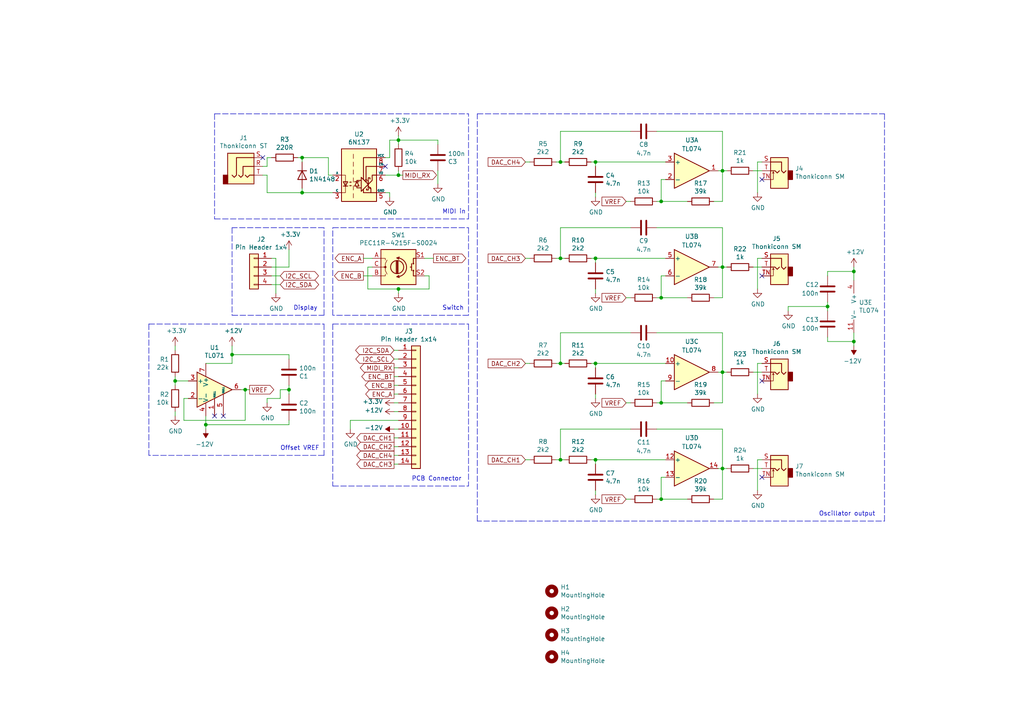
<source format=kicad_sch>
(kicad_sch (version 20211123) (generator eeschema)
  (paper "A4")
  (title_block (title "midi-oscillator front") (date "2022-07-08") (rev "1.1") (comment 3 "Released under CERN Open Hardware Licence Version 2 - Strongly Reciprocal") (comment 4 "Designed by: Rafael G. Martins"))
  (lib_symbols
    (symbol "Amplifier_Operational:TL071" (pin_names (offset 0.127))
      (property "Reference" "U" (at 0 6.35 0))
      (property "Value" "TL071" (at 0 3.81 0))
      (symbol "TL071_0_1"
        (polyline (pts (xy -5.08 5.08) (xy 5.08 0) (xy -5.08 -5.08) (xy -5.08 5.08)) (stroke (width 0.254)) (fill (type background)))
      )
      (symbol "TL071_1_1"
        (pin input line (at 0 -7.62 90) (length 5.08) (name "NULL") (number "1"))
        (pin input line (at -7.62 -2.54 0) (length 2.54) (name "-") (number "2"))
        (pin input line (at -7.62 2.54 0) (length 2.54) (name "+") (number "3"))
        (pin power_in line (at -2.54 -7.62 90) (length 3.81) (name "V-") (number "4"))
        (pin input line (at 2.54 -7.62 90) (length 6.35) (name "NULL") (number "5"))
        (pin output line (at 7.62 0 180) (length 2.54) (name "~") (number "6"))
        (pin power_in line (at -2.54 7.62 270) (length 3.81) (name "V+") (number "7"))
        (pin no_connect line (at 0 2.54 270) (length 2.54) hide (name "NC") (number "8"))
      )
    )
    (symbol "Amplifier_Operational:TL074" (pin_names (offset 0.127))
      (property "Reference" "U" (at 0 5.08 0))
      (property "Value" "TL074" (at 0 -5.08 0))
      (symbol "TL074_1_1"
        (polyline (pts (xy -5.08 5.08) (xy 5.08 0) (xy -5.08 -5.08) (xy -5.08 5.08)) (stroke (width 0.254)) (fill (type background)))
        (pin output line (at 7.62 0 180) (length 2.54) (name "~") (number "1"))
        (pin input line (at -7.62 -2.54 0) (length 2.54) (name "-") (number "2"))
        (pin input line (at -7.62 2.54 0) (length 2.54) (name "+") (number "3"))
      )
      (symbol "TL074_2_1"
        (polyline (pts (xy -5.08 5.08) (xy 5.08 0) (xy -5.08 -5.08) (xy -5.08 5.08)) (stroke (width 0.254)) (fill (type background)))
        (pin input line (at -7.62 2.54 0) (length 2.54) (name "+") (number "5"))
        (pin input line (at -7.62 -2.54 0) (length 2.54) (name "-") (number "6"))
        (pin output line (at 7.62 0 180) (length 2.54) (name "~") (number "7"))
      )
      (symbol "TL074_3_1"
        (polyline (pts (xy -5.08 5.08) (xy 5.08 0) (xy -5.08 -5.08) (xy -5.08 5.08)) (stroke (width 0.254)) (fill (type background)))
        (pin input line (at -7.62 2.54 0) (length 2.54) (name "+") (number "10"))
        (pin output line (at 7.62 0 180) (length 2.54) (name "~") (number "8"))
        (pin input line (at -7.62 -2.54 0) (length 2.54) (name "-") (number "9"))
      )
      (symbol "TL074_4_1"
        (polyline (pts (xy -5.08 5.08) (xy 5.08 0) (xy -5.08 -5.08) (xy -5.08 5.08)) (stroke (width 0.254)) (fill (type background)))
        (pin input line (at -7.62 2.54 0) (length 2.54) (name "+") (number "12"))
        (pin input line (at -7.62 -2.54 0) (length 2.54) (name "-") (number "13"))
        (pin output line (at 7.62 0 180) (length 2.54) (name "~") (number "14"))
      )
      (symbol "TL074_5_1"
        (pin power_in line (at -2.54 -7.62 90) (length 3.81) (name "V-") (number "11"))
        (pin power_in line (at -2.54 7.62 270) (length 3.81) (name "V+") (number "4"))
      )
    )
    (symbol "Connector:AudioJack2_SwitchT"
      (property "Reference" "J" (at 0 8.89 0))
      (property "Value" "AudioJack2_SwitchT" (at 0 6.35 0))
      (symbol "AudioJack2_SwitchT_0_1"
        (rectangle (start -2.54 0) (end -3.81 -2.54) (stroke (width 0.254)) (fill (type outline)))
        (polyline (pts (xy 1.778 -0.254) (xy 2.032 -0.762)))
        (polyline (pts (xy 0 0) (xy 0.635 -0.635) (xy 1.27 0) (xy 2.54 0)) (stroke (width 0.254)))
        (polyline (pts (xy 2.54 -2.54) (xy 1.778 -2.54) (xy 1.778 -0.254) (xy 1.524 -0.762)))
        (polyline (pts (xy 2.54 2.54) (xy -0.635 2.54) (xy -0.635 0) (xy -1.27 -0.635) (xy -1.905 0)) (stroke (width 0.254)))
        (rectangle (start 2.54 3.81) (end -2.54 -5.08) (stroke (width 0.254)) (fill (type background)))
      )
      (symbol "AudioJack2_SwitchT_1_1"
        (pin passive line (at 5.08 2.54 180) (length 2.54) (name "~") (number "S"))
        (pin passive line (at 5.08 0 180) (length 2.54) (name "~") (number "T"))
        (pin passive line (at 5.08 -2.54 180) (length 2.54) (name "~") (number "TN"))
      )
    )
    (symbol "Connector:AudioJack3"
      (property "Reference" "J" (at 0 8.89 0))
      (property "Value" "AudioJack3" (at 0 6.35 0))
      (symbol "AudioJack3_0_1"
        (rectangle (start -5.08 -5.08) (end -6.35 -2.54) (stroke (width 0.254)) (fill (type outline)))
        (polyline (pts (xy 0 -2.54) (xy 0.635 -3.175) (xy 1.27 -2.54) (xy 2.54 -2.54)) (stroke (width 0.254)))
        (polyline (pts (xy -1.905 -2.54) (xy -1.27 -3.175) (xy -0.635 -2.54) (xy -0.635 0) (xy 2.54 0)) (stroke (width 0.254)))
        (polyline (pts (xy 2.54 2.54) (xy -2.54 2.54) (xy -2.54 -2.54) (xy -3.175 -3.175) (xy -3.81 -2.54)) (stroke (width 0.254)))
        (rectangle (start 2.54 3.81) (end -5.08 -5.08) (stroke (width 0.254)) (fill (type background)))
      )
      (symbol "AudioJack3_1_1"
        (pin passive line (at 5.08 0 180) (length 2.54) (name "~") (number "R"))
        (pin passive line (at 5.08 2.54 180) (length 2.54) (name "~") (number "S"))
        (pin passive line (at 5.08 -2.54 180) (length 2.54) (name "~") (number "T"))
      )
    )
    (symbol "Connector_Generic:Conn_01x04" (pin_names (offset 1.016) hide)
      (property "Reference" "J" (at 0 5.08 0))
      (property "Value" "Conn_01x04" (at 0 -7.62 0))
      (symbol "Conn_01x04_1_1"
        (rectangle (start -1.27 -4.953) (end 0 -5.207) (stroke (width 0.1524)))
        (rectangle (start -1.27 -2.413) (end 0 -2.667) (stroke (width 0.1524)))
        (rectangle (start -1.27 0.127) (end 0 -0.127) (stroke (width 0.1524)))
        (rectangle (start -1.27 2.667) (end 0 2.413) (stroke (width 0.1524)))
        (rectangle (start -1.27 3.81) (end 1.27 -6.35) (stroke (width 0.254)) (fill (type background)))
        (pin passive line (at -5.08 2.54 0) (length 3.81) (name "Pin_1") (number "1"))
        (pin passive line (at -5.08 0 0) (length 3.81) (name "Pin_2") (number "2"))
        (pin passive line (at -5.08 -2.54 0) (length 3.81) (name "Pin_3") (number "3"))
        (pin passive line (at -5.08 -5.08 0) (length 3.81) (name "Pin_4") (number "4"))
      )
    )
    (symbol "Connector_Generic:Conn_01x14" (pin_names (offset 1.016) hide)
      (property "Reference" "J" (at 0 17.78 0))
      (property "Value" "Conn_01x14" (at 0 -20.32 0))
      (symbol "Conn_01x14_1_1"
        (rectangle (start -1.27 -17.653) (end 0 -17.907) (stroke (width 0.1524)))
        (rectangle (start -1.27 -15.113) (end 0 -15.367) (stroke (width 0.1524)))
        (rectangle (start -1.27 -12.573) (end 0 -12.827) (stroke (width 0.1524)))
        (rectangle (start -1.27 -10.033) (end 0 -10.287) (stroke (width 0.1524)))
        (rectangle (start -1.27 -7.493) (end 0 -7.747) (stroke (width 0.1524)))
        (rectangle (start -1.27 -4.953) (end 0 -5.207) (stroke (width 0.1524)))
        (rectangle (start -1.27 -2.413) (end 0 -2.667) (stroke (width 0.1524)))
        (rectangle (start -1.27 0.127) (end 0 -0.127) (stroke (width 0.1524)))
        (rectangle (start -1.27 2.667) (end 0 2.413) (stroke (width 0.1524)))
        (rectangle (start -1.27 5.207) (end 0 4.953) (stroke (width 0.1524)))
        (rectangle (start -1.27 7.747) (end 0 7.493) (stroke (width 0.1524)))
        (rectangle (start -1.27 10.287) (end 0 10.033) (stroke (width 0.1524)))
        (rectangle (start -1.27 12.827) (end 0 12.573) (stroke (width 0.1524)))
        (rectangle (start -1.27 15.367) (end 0 15.113) (stroke (width 0.1524)))
        (rectangle (start -1.27 16.51) (end 1.27 -19.05) (stroke (width 0.254)) (fill (type background)))
        (pin passive line (at -5.08 15.24 0) (length 3.81) (name "Pin_1") (number "1"))
        (pin passive line (at -5.08 -7.62 0) (length 3.81) (name "Pin_10") (number "10"))
        (pin passive line (at -5.08 -10.16 0) (length 3.81) (name "Pin_11") (number "11"))
        (pin passive line (at -5.08 -12.7 0) (length 3.81) (name "Pin_12") (number "12"))
        (pin passive line (at -5.08 -15.24 0) (length 3.81) (name "Pin_13") (number "13"))
        (pin passive line (at -5.08 -17.78 0) (length 3.81) (name "Pin_14") (number "14"))
        (pin passive line (at -5.08 12.7 0) (length 3.81) (name "Pin_2") (number "2"))
        (pin passive line (at -5.08 10.16 0) (length 3.81) (name "Pin_3") (number "3"))
        (pin passive line (at -5.08 7.62 0) (length 3.81) (name "Pin_4") (number "4"))
        (pin passive line (at -5.08 5.08 0) (length 3.81) (name "Pin_5") (number "5"))
        (pin passive line (at -5.08 2.54 0) (length 3.81) (name "Pin_6") (number "6"))
        (pin passive line (at -5.08 0 0) (length 3.81) (name "Pin_7") (number "7"))
        (pin passive line (at -5.08 -2.54 0) (length 3.81) (name "Pin_8") (number "8"))
        (pin passive line (at -5.08 -5.08 0) (length 3.81) (name "Pin_9") (number "9"))
      )
    )
    (symbol "Device:C" (pin_numbers hide) (pin_names (offset 0.254))
      (property "Reference" "C" (at 0.635 2.54 0))
      (property "Value" "C" (at 0.635 -2.54 0))
      (symbol "C_0_1"
        (polyline (pts (xy -2.032 -0.762) (xy 2.032 -0.762)) (stroke (width 0.508)))
        (polyline (pts (xy -2.032 0.762) (xy 2.032 0.762)) (stroke (width 0.508)))
      )
      (symbol "C_1_1"
        (pin passive line (at 0 3.81 270) (length 2.794) (name "~") (number "1"))
        (pin passive line (at 0 -3.81 90) (length 2.794) (name "~") (number "2"))
      )
    )
    (symbol "Device:R" (pin_numbers hide) (pin_names (offset 0))
      (property "Reference" "R" (at 2.032 0 90))
      (property "Value" "R" (at 0 0 90))
      (symbol "R_0_1"
        (rectangle (start -1.016 -2.54) (end 1.016 2.54) (stroke (width 0.254)))
      )
      (symbol "R_1_1"
        (pin passive line (at 0 3.81 270) (length 1.27) (name "~") (number "1"))
        (pin passive line (at 0 -3.81 90) (length 1.27) (name "~") (number "2"))
      )
    )
    (symbol "Device:RotaryEncoder_Switch" (pin_names (offset 0.254) hide)
      (property "Reference" "SW" (at 0 6.604 0))
      (property "Value" "RotaryEncoder_Switch" (at 0 -6.604 0))
      (symbol "RotaryEncoder_Switch_0_1"
        (rectangle (start -5.08 5.08) (end 5.08 -5.08) (stroke (width 0.254)) (fill (type background)))
        (circle (center -3.81 0) (radius 0.254) (fill (type outline)))
        (arc (start -0.381 -2.794) (mid 2.3622 -0.0508) (end -0.381 2.667) (stroke (width 0.254)))
        (circle (center -0.381 0) (radius 1.905) (stroke (width 0.254)))
        (polyline (pts (xy -0.635 -1.778) (xy -0.635 1.778)) (stroke (width 0.254)))
        (polyline (pts (xy -0.381 -1.778) (xy -0.381 1.778)) (stroke (width 0.254)))
        (polyline (pts (xy -0.127 1.778) (xy -0.127 -1.778)) (stroke (width 0.254)))
        (polyline (pts (xy 3.81 0) (xy 3.429 0)) (stroke (width 0.254)))
        (polyline (pts (xy 3.81 1.016) (xy 3.81 -1.016)) (stroke (width 0.254)))
        (polyline (pts (xy -5.08 -2.54) (xy -3.81 -2.54) (xy -3.81 -2.032)))
        (polyline (pts (xy -5.08 2.54) (xy -3.81 2.54) (xy -3.81 2.032)))
        (polyline (pts (xy 0.254 -3.048) (xy -0.508 -2.794) (xy 0.127 -2.413)) (stroke (width 0.254)))
        (polyline (pts (xy 0.254 2.921) (xy -0.508 2.667) (xy 0.127 2.286)) (stroke (width 0.254)))
        (polyline (pts (xy 5.08 -2.54) (xy 4.318 -2.54) (xy 4.318 -1.016)) (stroke (width 0.254)))
        (polyline (pts (xy 5.08 2.54) (xy 4.318 2.54) (xy 4.318 1.016)) (stroke (width 0.254)))
        (polyline (pts (xy -5.08 0) (xy -3.81 0) (xy -3.81 -1.016) (xy -3.302 -2.032)))
        (polyline (pts (xy -4.318 0) (xy -3.81 0) (xy -3.81 1.016) (xy -3.302 2.032)))
        (circle (center 4.318 -1.016) (radius 0.127) (stroke (width 0.254)))
        (circle (center 4.318 1.016) (radius 0.127) (stroke (width 0.254)))
      )
      (symbol "RotaryEncoder_Switch_1_1"
        (pin passive line (at -7.62 2.54 0) (length 2.54) (name "A") (number "A"))
        (pin passive line (at -7.62 -2.54 0) (length 2.54) (name "B") (number "B"))
        (pin passive line (at -7.62 0 0) (length 2.54) (name "C") (number "C"))
        (pin passive line (at 7.62 2.54 180) (length 2.54) (name "S1") (number "S1"))
        (pin passive line (at 7.62 -2.54 180) (length 2.54) (name "S2") (number "S2"))
      )
    )
    (symbol "Diode:1N4148" (pin_numbers hide) (pin_names (offset 1.016) hide)
      (property "Reference" "D" (at 0 2.54 0))
      (property "Value" "1N4148" (at 0 -2.54 0))
      (symbol "1N4148_0_1"
        (polyline (pts (xy -1.27 1.27) (xy -1.27 -1.27)) (stroke (width 0.254)))
        (polyline (pts (xy 1.27 0) (xy -1.27 0)))
        (polyline (pts (xy 1.27 1.27) (xy 1.27 -1.27) (xy -1.27 0) (xy 1.27 1.27)) (stroke (width 0.254)))
      )
      (symbol "1N4148_1_1"
        (pin passive line (at -3.81 0 0) (length 2.54) (name "K") (number "1"))
        (pin passive line (at 3.81 0 180) (length 2.54) (name "A") (number "2"))
      )
    )
    (symbol "Isolator:6N137" (pin_names (offset 0))
      (property "Reference" "U" (at -4.064 8.89 0))
      (property "Value" "6N137" (at 0 -8.89 0))
      (symbol "6N137_0_1"
        (polyline (pts (xy 2.667 -3.556) (xy 2.667 -1.651)) (stroke (width 0.254)))
        (polyline (pts (xy 2.667 -2.159) (xy 2.667 -2.921)) (stroke (width 0.254)))
        (polyline (pts (xy 3.429 -3.937) (xy 3.429 -5.08)) (stroke (width 0.254)))
        (polyline (pts (xy -0.635 -3.302) (xy -0.635 -3.683) (xy 0.635 -3.683)) (stroke (width 0.254)))
        (polyline (pts (xy -0.635 -1.905) (xy -0.635 -1.524) (xy 0.508 -1.524)) (stroke (width 0.254)))
        (polyline (pts (xy 1.27 -4.064) (xy 1.27 -5.08) (xy 5.08 -5.08)) (stroke (width 0.254)))
        (polyline (pts (xy 1.27 -1.27) (xy 1.27 5.08) (xy 5.08 5.08)) (stroke (width 0.254)))
        (polyline (pts (xy 2.032 -1.27) (xy 2.032 2.54) (xy 5.08 2.54)) (stroke (width 0.254)))
        (polyline (pts (xy -5.08 -5.08) (xy -3.937 -5.08) (xy -3.937 0) (xy -5.08 0)))
        (polyline (pts (xy 2.667 -3.302) (xy 2.667 -4.318) (xy 2.159 -4.318) (xy 2.159 -3.937)) (stroke (width 0.254)))
        (polyline (pts (xy 2.667 -2.667) (xy 0.635 -4.699) (xy 0.635 -0.635) (xy 2.667 -2.667)) (stroke (width 0.254)))
        (polyline (pts (xy 2.667 -1.778) (xy 2.667 -0.762) (xy 3.175 -0.762) (xy 3.175 -1.143)) (stroke (width 0.254)))
        (polyline (pts (xy 2.794 -2.54) (xy 3.81 -1.524) (xy 3.81 0) (xy 5.08 0)) (stroke (width 0.254)))
        (polyline (pts (xy 2.667 -3.175) (xy 3.429 -3.937) (xy 3.302 -3.556) (xy 3.048 -3.81) (xy 3.429 -3.937)) (stroke (width 0.254)))
        (circle (center 2.032 -1.524) (radius 0.254) (stroke (width 0.254)))
      )
      (symbol "6N137_1_1"
        (rectangle (start -5.08 7.62) (end 5.08 -7.62) (stroke (width 0.254)) (fill (type background)))
        (polyline (pts (xy -4.572 -3.175) (xy -3.302 -3.175)) (stroke (width 0.254)))
        (polyline (pts (xy -1.651 -5.334) (xy -1.651 -6.604)))
        (polyline (pts (xy -1.651 -3.048) (xy -1.651 -4.318)))
        (polyline (pts (xy -1.651 -0.762) (xy -1.651 -2.032)))
        (polyline (pts (xy -1.651 1.524) (xy -1.651 0.254)))
        (polyline (pts (xy -1.651 3.81) (xy -1.651 2.54)))
        (polyline (pts (xy -1.651 6.096) (xy -1.651 4.826)))
        (polyline (pts (xy -1.27 -1.905) (xy 0 -1.905)) (stroke (width 0.254)))
        (polyline (pts (xy -3.937 -3.175) (xy -4.572 -1.905) (xy -3.302 -1.905) (xy -3.937 -3.175)) (stroke (width 0.254)))
        (polyline (pts (xy -0.635 -1.905) (xy -1.27 -3.175) (xy 0 -3.175) (xy -0.635 -1.905)) (stroke (width 0.254)))
        (polyline (pts (xy -2.921 -3.048) (xy -2.159 -3.048) (xy -2.54 -3.175) (xy -2.54 -2.921) (xy -2.159 -3.048)) (stroke (width 0.127)))
        (polyline (pts (xy -2.921 -2.032) (xy -2.159 -2.032) (xy -2.54 -2.159) (xy -2.54 -1.905) (xy -2.159 -2.032)) (stroke (width 0.127)))
        (pin no_connect line (at -5.08 5.08 0) (length 2.54) hide (name "NC") (number "1"))
        (pin passive line (at -7.62 0 0) (length 2.54) (name "A") (number "2"))
        (pin passive line (at -7.62 -5.08 0) (length 2.54) (name "C") (number "3"))
        (pin power_in line (at 7.62 -5.08 180) (length 2.54) (name "GND") (number "5"))
        (pin open_collector line (at 7.62 0 180) (length 2.54) (name "VO") (number "6"))
        (pin input line (at 7.62 2.54 180) (length 2.54) (name "EN") (number "7"))
        (pin power_in line (at 7.62 5.08 180) (length 2.54) (name "VCC") (number "8"))
      )
    )
    (symbol "Mechanical:MountingHole" (pin_names (offset 1.016))
      (property "Reference" "H" (at 0 5.08 0))
      (property "Value" "MountingHole" (at 0 3.175 0))
      (symbol "MountingHole_0_1"
        (circle (center 0 0) (radius 1.27) (stroke (width 1.27)))
      )
    )
    (symbol "power:+12V" (power) (pin_names (offset 0))
      (property "Value" "+12V" (at 0 3.556 0))
      (symbol "+12V_0_1"
        (polyline (pts (xy -0.762 1.27) (xy 0 2.54)))
        (polyline (pts (xy 0 0) (xy 0 2.54)))
        (polyline (pts (xy 0 2.54) (xy 0.762 1.27)))
      )
      (symbol "+12V_1_1"
        (pin power_in line (at 0 0 90) (length 0) hide (name "+12V") (number "1"))
      )
    )
    (symbol "power:+3.3V" (power) (pin_names (offset 0))
      (property "Value" "+3.3V" (at 0 3.556 0))
      (symbol "+3.3V_0_1"
        (polyline (pts (xy -0.762 1.27) (xy 0 2.54)))
        (polyline (pts (xy 0 0) (xy 0 2.54)))
        (polyline (pts (xy 0 2.54) (xy 0.762 1.27)))
      )
      (symbol "+3.3V_1_1"
        (pin power_in line (at 0 0 90) (length 0) hide (name "+3.3V") (number "1"))
      )
    )
    (symbol "power:-12V" (power) (pin_names (offset 0))
      (property "Value" "-12V" (at 0 3.81 0))
      (symbol "-12V_0_0"
        (pin power_in line (at 0 0 90) (length 0) hide (name "-12V") (number "1"))
      )
      (symbol "-12V_0_1"
        (polyline (pts (xy 0 0) (xy 0 1.27) (xy 0.762 1.27) (xy 0 2.54) (xy -0.762 1.27) (xy 0 1.27)) (fill (type outline)))
      )
    )
    (symbol "power:GND" (power) (pin_names (offset 0))
      (property "Value" "GND" (at 0 -3.81 0))
      (symbol "GND_0_1"
        (polyline (pts (xy 0 0) (xy 0 -1.27) (xy 1.27 -1.27) (xy 0 -2.54) (xy -1.27 -1.27) (xy 0 -1.27)))
      )
      (symbol "GND_1_1"
        (pin power_in line (at 0 0 270) (length 0) hide (name "GND") (number "1"))
      )
    )
  )
  (junction (at 67.31 102.87))
  (junction (at 172.72 74.93))
  (junction (at 172.72 46.99))
  (junction (at 115.57 83.82))
  (junction (at 172.72 105.41))
  (junction (at 191.77 58.42))
  (junction (at 162.56 133.35))
  (junction (at 191.77 86.36))
  (junction (at 115.57 40.64))
  (junction (at 191.77 116.84))
  (junction (at 209.55 49.53))
  (junction (at 209.55 107.95))
  (junction (at 209.55 135.89))
  (junction (at 247.65 78.74))
  (junction (at 162.56 74.93))
  (junction (at 71.12 113.03))
  (junction (at 172.72 133.35))
  (junction (at 209.55 77.47))
  (junction (at 162.56 105.41))
  (junction (at 87.63 55.88))
  (junction (at 240.03 88.9))
  (junction (at 115.57 50.8))
  (junction (at 87.63 45.72))
  (junction (at 59.69 123.19))
  (junction (at 191.77 144.78))
  (junction (at 247.65 99.06))
  (junction (at 162.56 46.99))
  (junction (at 50.8 110.49))
  (junction (at 83.82 113.03))
  (no_connect (at 111.76 48.26))
  (no_connect (at 220.98 52.07))
  (no_connect (at 220.98 110.49))
  (no_connect (at 62.23 120.65))
  (no_connect (at 76.2 45.72))
  (no_connect (at 220.98 138.43))
  (no_connect (at 64.77 120.65))
  (no_connect (at 220.98 80.01))
  (wire (pts (xy 190.5 86.36) (xy 191.77 86.36)))
  (wire (pts (xy 59.69 123.19) (xy 59.69 124.46)))
  (wire (pts (xy 162.56 46.99) (xy 163.83 46.99)))
  (wire (pts (xy 209.55 107.95) (xy 210.82 107.95)))
  (wire (pts (xy 115.57 40.64) (xy 115.57 41.91)))
  (wire (pts (xy 152.4 74.93) (xy 153.67 74.93)))
  (wire (pts (xy 77.47 45.72) (xy 78.74 45.72)))
  (wire (pts (xy 77.47 116.84) (xy 77.47 115.57)))
  (wire (pts (xy 162.56 74.93) (xy 163.83 74.93)))
  (polyline (pts (xy 62.23 33.02) (xy 135.89 33.02)))
  (wire (pts (xy 152.4 46.99) (xy 153.67 46.99)))
  (wire (pts (xy 67.31 105.41) (xy 67.31 102.87)))
  (wire (pts (xy 218.44 49.53) (xy 220.98 49.53)))
  (wire (pts (xy 218.44 135.89) (xy 220.98 135.89)))
  (wire (pts (xy 114.3 111.76) (xy 115.57 111.76)))
  (wire (pts (xy 209.55 58.42) (xy 207.01 58.42)))
  (wire (pts (xy 219.71 114.3) (xy 219.71 105.41)))
  (polyline (pts (xy 43.18 93.98) (xy 43.18 132.08)))
  (wire (pts (xy 78.74 82.55) (xy 81.28 82.55)))
  (wire (pts (xy 114.3 104.14) (xy 115.57 104.14)))
  (wire (pts (xy 78.74 77.47) (xy 83.82 77.47)))
  (wire (pts (xy 191.77 52.07) (xy 191.77 58.42)))
  (wire (pts (xy 172.72 105.41) (xy 193.04 105.41)))
  (wire (pts (xy 191.77 110.49) (xy 191.77 116.84)))
  (wire (pts (xy 172.72 133.35) (xy 193.04 133.35)))
  (wire (pts (xy 172.72 48.26) (xy 172.72 46.99)))
  (wire (pts (xy 81.28 115.57) (xy 81.28 113.03)))
  (wire (pts (xy 59.69 120.65) (xy 59.69 123.19)))
  (wire (pts (xy 162.56 124.46) (xy 162.56 133.35)))
  (wire (pts (xy 219.71 133.35) (xy 220.98 133.35)))
  (wire (pts (xy 209.55 77.47) (xy 210.82 77.47)))
  (wire (pts (xy 209.55 38.1) (xy 209.55 49.53)))
  (wire (pts (xy 80.01 85.09) (xy 80.01 74.93)))
  (wire (pts (xy 59.69 123.19) (xy 83.82 123.19)))
  (wire (pts (xy 219.71 142.24) (xy 219.71 133.35)))
  (wire (pts (xy 247.65 99.06) (xy 247.65 96.52)))
  (wire (pts (xy 83.82 77.47) (xy 83.82 72.39)))
  (wire (pts (xy 208.28 49.53) (xy 209.55 49.53)))
  (wire (pts (xy 83.82 104.14) (xy 83.82 102.87)))
  (wire (pts (xy 87.63 55.88) (xy 96.52 55.88)))
  (wire (pts (xy 71.12 113.03) (xy 72.39 113.03)))
  (wire (pts (xy 114.3 101.6) (xy 115.57 101.6)))
  (wire (pts (xy 247.65 99.06) (xy 247.65 100.33)))
  (wire (pts (xy 191.77 110.49) (xy 193.04 110.49)))
  (wire (pts (xy 53.34 115.57) (xy 53.34 121.92)))
  (wire (pts (xy 124.46 83.82) (xy 124.46 80.01)))
  (wire (pts (xy 162.56 38.1) (xy 162.56 46.99)))
  (wire (pts (xy 101.6 121.92) (xy 115.57 121.92)))
  (wire (pts (xy 219.71 105.41) (xy 220.98 105.41)))
  (wire (pts (xy 240.03 97.79) (xy 240.03 99.06)))
  (wire (pts (xy 114.3 127) (xy 115.57 127)))
  (wire (pts (xy 115.57 85.09) (xy 115.57 83.82)))
  (wire (pts (xy 209.55 116.84) (xy 207.01 116.84)))
  (wire (pts (xy 95.25 50.8) (xy 96.52 50.8)))
  (wire (pts (xy 209.55 66.04) (xy 209.55 77.47)))
  (wire (pts (xy 113.03 55.88) (xy 113.03 57.15)))
  (polyline (pts (xy 96.52 93.98) (xy 135.89 93.98)))
  (wire (pts (xy 77.47 55.88) (xy 87.63 55.88)))
  (wire (pts (xy 67.31 102.87) (xy 67.31 100.33)))
  (wire (pts (xy 209.55 77.47) (xy 209.55 86.36)))
  (wire (pts (xy 240.03 87.63) (xy 240.03 88.9)))
  (wire (pts (xy 162.56 66.04) (xy 162.56 74.93)))
  (wire (pts (xy 127 41.91) (xy 127 40.64)))
  (wire (pts (xy 209.55 135.89) (xy 210.82 135.89)))
  (wire (pts (xy 182.88 124.46) (xy 162.56 124.46)))
  (wire (pts (xy 172.72 74.93) (xy 193.04 74.93)))
  (wire (pts (xy 209.55 107.95) (xy 209.55 116.84)))
  (wire (pts (xy 53.34 121.92) (xy 71.12 121.92)))
  (wire (pts (xy 50.8 119.38) (xy 50.8 120.65)))
  (wire (pts (xy 182.88 66.04) (xy 162.56 66.04)))
  (wire (pts (xy 181.61 58.42) (xy 182.88 58.42)))
  (wire (pts (xy 219.71 55.88) (xy 219.71 46.99)))
  (polyline (pts (xy 256.54 33.02) (xy 256.54 43.18)))
  (wire (pts (xy 191.77 144.78) (xy 199.39 144.78)))
  (wire (pts (xy 209.55 124.46) (xy 209.55 135.89)))
  (wire (pts (xy 69.85 113.03) (xy 71.12 113.03)))
  (wire (pts (xy 190.5 116.84) (xy 191.77 116.84)))
  (wire (pts (xy 71.12 121.92) (xy 71.12 113.03)))
  (wire (pts (xy 123.19 74.93) (xy 125.73 74.93)))
  (wire (pts (xy 127 53.34) (xy 127 49.53)))
  (wire (pts (xy 50.8 101.6) (xy 50.8 100.33)))
  (wire (pts (xy 54.61 110.49) (xy 50.8 110.49)))
  (polyline (pts (xy 96.52 140.97) (xy 135.89 140.97)))
  (wire (pts (xy 240.03 78.74) (xy 247.65 78.74)))
  (wire (pts (xy 83.82 121.92) (xy 83.82 123.19)))
  (wire (pts (xy 59.69 105.41) (xy 67.31 105.41)))
  (wire (pts (xy 172.72 134.62) (xy 172.72 133.35)))
  (wire (pts (xy 181.61 116.84) (xy 182.88 116.84)))
  (wire (pts (xy 219.71 83.82) (xy 219.71 74.93)))
  (wire (pts (xy 190.5 144.78) (xy 191.77 144.78)))
  (wire (pts (xy 54.61 115.57) (xy 53.34 115.57)))
  (wire (pts (xy 113.03 45.72) (xy 113.03 40.64)))
  (wire (pts (xy 114.3 109.22) (xy 115.57 109.22)))
  (wire (pts (xy 172.72 76.2) (xy 172.72 74.93)))
  (wire (pts (xy 50.8 109.22) (xy 50.8 110.49)))
  (wire (pts (xy 172.72 85.09) (xy 172.72 83.82)))
  (wire (pts (xy 105.41 74.93) (xy 107.95 74.93)))
  (wire (pts (xy 208.28 135.89) (xy 209.55 135.89)))
  (wire (pts (xy 171.45 46.99) (xy 172.72 46.99)))
  (wire (pts (xy 191.77 138.43) (xy 191.77 144.78)))
  (wire (pts (xy 114.3 124.46) (xy 115.57 124.46)))
  (wire (pts (xy 219.71 46.99) (xy 220.98 46.99)))
  (polyline (pts (xy 138.43 33.02) (xy 256.54 33.02)))
  (wire (pts (xy 105.41 80.01) (xy 107.95 80.01)))
  (wire (pts (xy 87.63 45.72) (xy 95.25 45.72)))
  (wire (pts (xy 172.72 143.51) (xy 172.72 142.24)))
  (wire (pts (xy 228.6 90.17) (xy 228.6 88.9)))
  (wire (pts (xy 115.57 83.82) (xy 124.46 83.82)))
  (wire (pts (xy 191.77 52.07) (xy 193.04 52.07)))
  (wire (pts (xy 191.77 80.01) (xy 191.77 86.36)))
  (wire (pts (xy 162.56 105.41) (xy 163.83 105.41)))
  (wire (pts (xy 77.47 48.26) (xy 77.47 45.72)))
  (polyline (pts (xy 135.89 93.98) (xy 135.89 140.97)))
  (wire (pts (xy 190.5 96.52) (xy 209.55 96.52)))
  (wire (pts (xy 190.5 124.46) (xy 209.55 124.46)))
  (polyline (pts (xy 138.43 151.13) (xy 138.43 33.02)))
  (wire (pts (xy 77.47 50.8) (xy 77.47 55.88)))
  (polyline (pts (xy 135.89 66.04) (xy 135.89 91.44)))
  (wire (pts (xy 247.65 81.28) (xy 247.65 78.74)))
  (polyline (pts (xy 67.31 91.44) (xy 93.98 91.44)))
  (wire (pts (xy 114.3 119.38) (xy 115.57 119.38)))
  (wire (pts (xy 101.6 124.46) (xy 101.6 121.92)))
  (polyline (pts (xy 96.52 66.04) (xy 135.89 66.04)))
  (wire (pts (xy 190.5 66.04) (xy 209.55 66.04)))
  (polyline (pts (xy 135.89 63.5) (xy 135.89 33.02)))
  (wire (pts (xy 111.76 50.8) (xy 115.57 50.8)))
  (wire (pts (xy 172.72 115.57) (xy 172.72 114.3)))
  (wire (pts (xy 152.4 133.35) (xy 153.67 133.35)))
  (polyline (pts (xy 96.52 91.44) (xy 96.52 66.04)))
  (wire (pts (xy 191.77 80.01) (xy 193.04 80.01)))
  (wire (pts (xy 219.71 74.93) (xy 220.98 74.93)))
  (wire (pts (xy 190.5 58.42) (xy 191.77 58.42)))
  (wire (pts (xy 86.36 45.72) (xy 87.63 45.72)))
  (wire (pts (xy 218.44 107.95) (xy 220.98 107.95)))
  (wire (pts (xy 161.29 74.93) (xy 162.56 74.93)))
  (polyline (pts (xy 62.23 63.5) (xy 135.89 63.5)))
  (wire (pts (xy 114.3 106.68) (xy 115.57 106.68)))
  (wire (pts (xy 77.47 115.57) (xy 81.28 115.57)))
  (wire (pts (xy 172.72 57.15) (xy 172.72 55.88)))
  (wire (pts (xy 115.57 49.53) (xy 115.57 50.8)))
  (polyline (pts (xy 67.31 66.04) (xy 67.31 91.44)))
  (wire (pts (xy 191.77 116.84) (xy 199.39 116.84)))
  (wire (pts (xy 171.45 133.35) (xy 172.72 133.35)))
  (wire (pts (xy 162.56 133.35) (xy 163.83 133.35)))
  (wire (pts (xy 181.61 144.78) (xy 182.88 144.78)))
  (wire (pts (xy 114.3 134.62) (xy 115.57 134.62)))
  (wire (pts (xy 76.2 48.26) (xy 77.47 48.26)))
  (wire (pts (xy 182.88 38.1) (xy 162.56 38.1)))
  (wire (pts (xy 115.57 39.37) (xy 115.57 40.64)))
  (wire (pts (xy 240.03 88.9) (xy 240.03 90.17)))
  (wire (pts (xy 114.3 132.08) (xy 115.57 132.08)))
  (wire (pts (xy 209.55 96.52) (xy 209.55 107.95)))
  (wire (pts (xy 171.45 105.41) (xy 172.72 105.41)))
  (wire (pts (xy 190.5 38.1) (xy 209.55 38.1)))
  (wire (pts (xy 152.4 105.41) (xy 153.67 105.41)))
  (wire (pts (xy 209.55 49.53) (xy 209.55 58.42)))
  (polyline (pts (xy 43.18 93.98) (xy 93.98 93.98)))
  (wire (pts (xy 87.63 46.99) (xy 87.63 45.72)))
  (wire (pts (xy 209.55 144.78) (xy 207.01 144.78)))
  (wire (pts (xy 127 40.64) (xy 115.57 40.64)))
  (wire (pts (xy 81.28 113.03) (xy 83.82 113.03)))
  (wire (pts (xy 114.3 114.3) (xy 115.57 114.3)))
  (wire (pts (xy 106.68 83.82) (xy 115.57 83.82)))
  (polyline (pts (xy 151.13 151.13) (xy 256.54 151.13)))
  (wire (pts (xy 80.01 74.93) (xy 78.74 74.93)))
  (wire (pts (xy 114.3 129.54) (xy 115.57 129.54)))
  (wire (pts (xy 161.29 46.99) (xy 162.56 46.99)))
  (wire (pts (xy 172.72 106.68) (xy 172.72 105.41)))
  (wire (pts (xy 209.55 135.89) (xy 209.55 144.78)))
  (wire (pts (xy 191.77 86.36) (xy 199.39 86.36)))
  (wire (pts (xy 83.82 113.03) (xy 83.82 114.3)))
  (wire (pts (xy 111.76 45.72) (xy 113.03 45.72)))
  (polyline (pts (xy 151.13 151.13) (xy 138.43 151.13)))
  (wire (pts (xy 83.82 102.87) (xy 67.31 102.87)))
  (polyline (pts (xy 62.23 33.02) (xy 62.23 63.5)))
  (wire (pts (xy 208.28 77.47) (xy 209.55 77.47)))
  (wire (pts (xy 111.76 55.88) (xy 113.03 55.88)))
  (wire (pts (xy 113.03 40.64) (xy 115.57 40.64)))
  (wire (pts (xy 162.56 96.52) (xy 162.56 105.41)))
  (wire (pts (xy 208.28 107.95) (xy 209.55 107.95)))
  (wire (pts (xy 228.6 88.9) (xy 240.03 88.9)))
  (wire (pts (xy 124.46 80.01) (xy 123.19 80.01)))
  (polyline (pts (xy 93.98 66.04) (xy 67.31 66.04)))
  (wire (pts (xy 50.8 111.76) (xy 50.8 110.49)))
  (wire (pts (xy 191.77 58.42) (xy 199.39 58.42)))
  (wire (pts (xy 115.57 50.8) (xy 116.84 50.8)))
  (wire (pts (xy 107.95 77.47) (xy 106.68 77.47)))
  (wire (pts (xy 240.03 80.01) (xy 240.03 78.74)))
  (polyline (pts (xy 96.52 93.98) (xy 96.52 140.97)))
  (wire (pts (xy 161.29 133.35) (xy 162.56 133.35)))
  (polyline (pts (xy 93.98 132.08) (xy 43.18 132.08)))
  (wire (pts (xy 182.88 96.52) (xy 162.56 96.52)))
  (wire (pts (xy 78.74 80.01) (xy 81.28 80.01)))
  (wire (pts (xy 172.72 46.99) (xy 193.04 46.99)))
  (wire (pts (xy 247.65 78.74) (xy 247.65 77.47)))
  (polyline (pts (xy 135.89 91.44) (xy 96.52 91.44)))
  (wire (pts (xy 171.45 74.93) (xy 172.72 74.93)))
  (wire (pts (xy 76.2 50.8) (xy 77.47 50.8)))
  (wire (pts (xy 114.3 116.84) (xy 115.57 116.84)))
  (wire (pts (xy 181.61 86.36) (xy 182.88 86.36)))
  (wire (pts (xy 191.77 138.43) (xy 193.04 138.43)))
  (polyline (pts (xy 256.54 151.13) (xy 256.54 43.18)))
  (wire (pts (xy 87.63 54.61) (xy 87.63 55.88)))
  (wire (pts (xy 83.82 111.76) (xy 83.82 113.03)))
  (wire (pts (xy 240.03 99.06) (xy 247.65 99.06)))
  (polyline (pts (xy 93.98 93.98) (xy 93.98 132.08)))
  (wire (pts (xy 161.29 105.41) (xy 162.56 105.41)))
  (wire (pts (xy 218.44 77.47) (xy 220.98 77.47)))
  (wire (pts (xy 209.55 49.53) (xy 210.82 49.53)))
  (wire (pts (xy 95.25 45.72) (xy 95.25 50.8)))
  (polyline (pts (xy 93.98 91.44) (xy 93.98 66.04)))
  (wire (pts (xy 106.68 77.47) (xy 106.68 83.82)))
  (wire (pts (xy 209.55 86.36) (xy 207.01 86.36)))
  (text "Offset VREF" (at 81.28 130.81 0) (effects (font (size 1.27 1.27)) (justify left bottom)))
  (text "Oscillator output" (at 237.49 149.86 0) (effects (font (size 1.27 1.27)) (justify left bottom)))
  (text "Switch" (at 128.27 90.17 0) (effects (font (size 1.27 1.27)) (justify left bottom)))
  (text "Display" (at 85.09 90.17 0) (effects (font (size 1.27 1.27)) (justify left bottom)))
  (text "PCB Connector" (at 119.38 139.7 0) (effects (font (size 1.27 1.27)) (justify left bottom)))
  (text "MIDI in" (at 128.27 62.23 0) (effects (font (size 1.27 1.27)) (justify left bottom)))
  (global_label "ENC_BT" (shape output) (at 114.3 109.22 180) (property "Intersheet References" "${INTERSHEET_REFS}" (effects hide)))
  (global_label "DAC_CH4" (shape input) (at 152.4 46.99 180) (property "Intersheet References" "${INTERSHEET_REFS}" (effects hide)))
  (global_label "DAC_CH2" (shape input) (at 152.4 105.41 180) (property "Intersheet References" "${INTERSHEET_REFS}" (effects hide)))
  (global_label "VREF" (shape input) (at 181.61 86.36 180) (property "Intersheet References" "${INTERSHEET_REFS}" (effects hide)))
  (global_label "DAC_CH3" (shape input) (at 152.4 74.93 180) (property "Intersheet References" "${INTERSHEET_REFS}" (effects hide)))
  (global_label "DAC_CH1" (shape output) (at 114.3 127 180) (property "Intersheet References" "${INTERSHEET_REFS}" (effects hide)))
  (global_label "DAC_CH2" (shape output) (at 114.3 129.54 180) (property "Intersheet References" "${INTERSHEET_REFS}" (effects hide)))
  (global_label "ENC_B" (shape output) (at 105.41 80.01 180) (property "Intersheet References" "${INTERSHEET_REFS}" (effects hide)))
  (global_label "ENC_A" (shape output) (at 114.3 114.3 180) (property "Intersheet References" "${INTERSHEET_REFS}" (effects hide)))
  (global_label "VREF" (shape input) (at 181.61 58.42 180) (property "Intersheet References" "${INTERSHEET_REFS}" (effects hide)))
  (global_label "VREF" (shape input) (at 181.61 116.84 180) (property "Intersheet References" "${INTERSHEET_REFS}" (effects hide)))
  (global_label "ENC_A" (shape output) (at 105.41 74.93 180) (property "Intersheet References" "${INTERSHEET_REFS}" (effects hide)))
  (global_label "DAC_CH1" (shape input) (at 152.4 133.35 180) (property "Intersheet References" "${INTERSHEET_REFS}" (effects hide)))
  (global_label "ENC_BT" (shape output) (at 125.73 74.93 0) (property "Intersheet References" "${INTERSHEET_REFS}" (effects hide)))
  (global_label "DAC_CH3" (shape output) (at 114.3 134.62 180) (property "Intersheet References" "${INTERSHEET_REFS}" (effects hide)))
  (global_label "MIDI_RX" (shape output) (at 114.3 106.68 180) (property "Intersheet References" "${INTERSHEET_REFS}" (effects hide)))
  (global_label "I2C_SDA" (shape bidirectional) (at 114.3 101.6 180) (property "Intersheet References" "${INTERSHEET_REFS}" (effects hide)))
  (global_label "I2C_SCL" (shape bidirectional) (at 114.3 104.14 180) (property "Intersheet References" "${INTERSHEET_REFS}" (effects hide)))
  (global_label "VREF" (shape output) (at 72.39 113.03 0) (property "Intersheet References" "${INTERSHEET_REFS}" (effects hide)))
  (global_label "VREF" (shape input) (at 181.61 144.78 180) (property "Intersheet References" "${INTERSHEET_REFS}" (effects hide)))
  (global_label "DAC_CH4" (shape output) (at 114.3 132.08 180) (property "Intersheet References" "${INTERSHEET_REFS}" (effects hide)))
  (global_label "MIDI_RX" (shape output) (at 116.84 50.8 0) (property "Intersheet References" "${INTERSHEET_REFS}" (effects hide)))
  (global_label "I2C_SCL" (shape bidirectional) (at 81.28 80.01 0) (property "Intersheet References" "${INTERSHEET_REFS}" (effects hide)))
  (global_label "I2C_SDA" (shape bidirectional) (at 81.28 82.55 0) (property "Intersheet References" "${INTERSHEET_REFS}" (effects hide)))
  (global_label "ENC_B" (shape output) (at 114.3 111.76 180) (property "Intersheet References" "${INTERSHEET_REFS}" (effects hide)))
  (symbol (lib_id "power:+3.3V") (at 115.57 39.37 0) (unit 1)
    (property "Reference" "#PWR013" (effects hide))
    (property "Value" "+3.3V" (at 115.951 34.9758 0))
  )
  (symbol (lib_id "Diode:1N4148") (at 87.63 50.8 270) (unit 1)
    (property "Reference" "D1" (at 89.662 49.6316 90) (effects (justify left)))
    (property "Value" "1N4148" (at 89.662 51.943 90) (effects (justify left)))
    (property "Footprint" "Diode_THT:D_DO-35_SOD27_P7.62mm_Horizontal" (effects hide))
    (property "Datasheet" "https://assets.nexperia.com/documents/data-sheet/1N4148_1N4448.pdf" (effects hide))
  )
  (symbol (lib_id "power:GND") (at 113.03 57.15 0) (unit 1)
    (property "Reference" "#PWR09" (effects hide))
    (property "Value" "GND" (at 113.157 61.5442 0))
  )
  (symbol (lib_id "power:GND") (at 115.57 85.09 0) (unit 1)
    (property "Reference" "#PWR014" (effects hide))
    (property "Value" "GND" (at 115.697 89.4842 0))
  )
  (symbol (lib_id "Connector_Generic:Conn_01x04") (at 73.66 77.47 0) (mirror y) (unit 1)
    (property "Reference" "J2" (at 75.7428 69.4182 0))
    (property "Value" "Pin Header 1x4" (at 75.7428 71.7296 0))
    (property "Footprint" "Connector_PinSocket_2.54mm:PinSocket_1x04_P2.54mm_Vertical" (effects hide))
  )
  (symbol (lib_id "power:GND") (at 80.01 85.09 0) (unit 1)
    (property "Reference" "#PWR06" (effects hide))
    (property "Value" "GND" (at 80.137 89.4842 0))
  )
  (symbol (lib_id "power:+3.3V") (at 83.82 72.39 0) (unit 1)
    (property "Reference" "#PWR07" (effects hide))
    (property "Value" "+3.3V" (at 84.201 67.9958 0))
  )
  (symbol (lib_id "Device:C") (at 127 45.72 0) (mirror x) (unit 1)
    (property "Reference" "C3" (at 129.921 46.8884 0) (effects (justify left)))
    (property "Value" "100n" (at 129.921 44.577 0) (effects (justify left)))
    (property "Footprint" "Capacitor_THT:C_Disc_D4.3mm_W1.9mm_P5.00mm" (effects hide))
  )
  (symbol (lib_id "power:GND") (at 127 53.34 0) (unit 1)
    (property "Reference" "#PWR015" (effects hide))
    (property "Value" "GND" (at 127.127 57.7342 0))
  )
  (symbol (lib_id "power:+3.3V") (at 50.8 100.33 0) (unit 1)
    (property "Reference" "#PWR01" (effects hide))
    (property "Value" "+3.3V" (at 51.181 95.9358 0))
  )
  (symbol (lib_id "power:GND") (at 50.8 120.65 0) (unit 1)
    (property "Reference" "#PWR02" (effects hide))
    (property "Value" "GND" (at 50.927 125.0442 0))
  )
  (symbol (lib_id "power:-12V") (at 59.69 124.46 180) (unit 1)
    (property "Reference" "#PWR03" (effects hide))
    (property "Value" "-12V" (at 59.309 128.8542 0))
  )
  (symbol (lib_id "power:+12V") (at 67.31 100.33 0) (unit 1)
    (property "Reference" "#PWR04" (effects hide))
    (property "Value" "+12V" (at 67.691 95.9358 0))
  )
  (symbol (lib_id "power:GND") (at 172.72 57.15 0) (unit 1)
    (property "Reference" "#PWR016" (effects hide))
    (property "Value" "GND" (at 172.847 61.5442 0))
  )
  (symbol (lib_id "power:GND") (at 219.71 55.88 0) (unit 1)
    (property "Reference" "#PWR020" (effects hide))
    (property "Value" "GND" (at 219.837 60.2742 0))
  )
  (symbol (lib_id "Device:R") (at 214.63 77.47 270) (unit 1)
    (property "Reference" "R22" (at 214.63 72.2122 90))
    (property "Value" "1k" (at 214.63 74.5236 90))
    (property "Footprint" "Resistor_THT:R_Axial_DIN0207_L6.3mm_D2.5mm_P10.16mm_Horizontal" (effects hide))
  )
  (symbol (lib_id "Connector:AudioJack2_SwitchT") (at 226.06 107.95 0) (mirror y) (unit 1)
    (property "Reference" "J6" (at 225.2472 99.695 0))
    (property "Value" "Thonkiconn SM" (at 225.2472 102.0064 0))
    (property "Footprint" "eurorack:Jack_3.5mm_QingPu_WQP-PJ398SM_Vertical" (effects hide))
  )
  (symbol (lib_id "power:GND") (at 219.71 83.82 0) (unit 1)
    (property "Reference" "#PWR021" (effects hide))
    (property "Value" "GND" (at 219.837 88.2142 0))
  )
  (symbol (lib_id "Device:R") (at 214.63 107.95 270) (unit 1)
    (property "Reference" "R23" (at 214.63 102.6922 90))
    (property "Value" "1k" (at 214.63 105.0036 90))
    (property "Footprint" "Resistor_THT:R_Axial_DIN0207_L6.3mm_D2.5mm_P10.16mm_Horizontal" (effects hide))
  )
  (symbol (lib_id "Connector:AudioJack2_SwitchT") (at 226.06 77.47 0) (mirror y) (unit 1)
    (property "Reference" "J5" (at 225.2472 69.215 0))
    (property "Value" "Thonkiconn SM" (at 225.2472 71.5264 0))
    (property "Footprint" "eurorack:Jack_3.5mm_QingPu_WQP-PJ398SM_Vertical" (effects hide))
  )
  (symbol (lib_id "power:GND") (at 219.71 114.3 0) (unit 1)
    (property "Reference" "#PWR022" (effects hide))
    (property "Value" "GND" (at 219.837 118.6942 0))
  )
  (symbol (lib_id "Device:R") (at 214.63 135.89 270) (unit 1)
    (property "Reference" "R24" (at 214.63 130.6322 90))
    (property "Value" "1k" (at 214.63 132.9436 90))
    (property "Footprint" "Resistor_THT:R_Axial_DIN0207_L6.3mm_D2.5mm_P10.16mm_Horizontal" (effects hide))
  )
  (symbol (lib_id "Connector:AudioJack2_SwitchT") (at 226.06 49.53 0) (mirror y) (unit 1)
    (property "Reference" "J4" (at 230.632 48.895 0) (effects (justify right)))
    (property "Value" "Thonkiconn SM" (at 230.632 51.2064 0) (effects (justify right)))
    (property "Footprint" "eurorack:Jack_3.5mm_QingPu_WQP-PJ398SM_Vertical" (effects hide))
  )
  (symbol (lib_id "power:GND") (at 219.71 142.24 0) (unit 1)
    (property "Reference" "#PWR023" (effects hide))
    (property "Value" "GND" (at 219.837 146.6342 0))
  )
  (symbol (lib_id "power:+12V") (at 247.65 77.47 0) (unit 1)
    (property "Reference" "#PWR025" (effects hide))
    (property "Value" "+12V" (at 248.031 73.0758 0))
  )
  (symbol (lib_id "power:-12V") (at 247.65 100.33 180) (unit 1)
    (property "Reference" "#PWR026" (effects hide))
    (property "Value" "-12V" (at 247.269 104.7242 0))
  )
  (symbol (lib_id "power:GND") (at 228.6 90.17 0) (unit 1)
    (property "Reference" "#PWR024" (effects hide))
    (property "Value" "GND" (at 228.727 94.5642 0))
  )
  (symbol (lib_id "Connector_Generic:Conn_01x14") (at 120.65 116.84 0) (unit 1)
    (property "Reference" "J3" (at 118.5672 96.0882 0))
    (property "Value" "Pin Header 1x14" (at 118.5672 98.3996 0))
    (property "Footprint" "Connector_PinHeader_2.54mm:PinHeader_1x14_P2.54mm_Vertical" (effects hide))
  )
  (symbol (lib_id "Device:C") (at 83.82 107.95 0) (mirror x) (unit 1)
    (property "Reference" "C1" (at 86.741 109.1184 0) (effects (justify left)))
    (property "Value" "100n" (at 86.741 106.807 0) (effects (justify left)))
    (property "Footprint" "Capacitor_THT:C_Disc_D4.3mm_W1.9mm_P5.00mm" (effects hide))
  )
  (symbol (lib_id "Device:C") (at 83.82 118.11 0) (unit 1)
    (property "Reference" "C2" (at 86.741 116.9416 0) (effects (justify left)))
    (property "Value" "100n" (at 86.741 119.253 0) (effects (justify left)))
    (property "Footprint" "Capacitor_THT:C_Disc_D4.3mm_W1.9mm_P5.00mm" (effects hide))
  )
  (symbol (lib_id "power:GND") (at 77.47 116.84 0) (unit 1)
    (property "Reference" "#PWR05" (effects hide))
    (property "Value" "GND" (at 77.597 121.2342 0))
  )
  (symbol (lib_id "power:+12V") (at 114.3 119.38 90) (unit 1)
    (property "Reference" "#PWR011" (effects hide))
    (property "Value" "+12V" (at 111.0488 118.999 90) (effects (justify left)))
  )
  (symbol (lib_id "power:-12V") (at 114.3 124.46 90) (unit 1)
    (property "Reference" "#PWR012" (effects hide))
    (property "Value" "-12V" (at 111.0488 124.079 90) (effects (justify left)))
  )
  (symbol (lib_id "power:GND") (at 101.6 124.46 0) (unit 1)
    (property "Reference" "#PWR08" (effects hide))
    (property "Value" "GND" (at 101.727 128.8542 0))
  )
  (symbol (lib_id "Isolator:6N137") (at 104.14 50.8 0) (unit 1)
    (property "Reference" "U2" (at 104.14 38.9382 0))
    (property "Value" "6N137" (at 104.14 41.2496 0))
    (property "Footprint" "Package_DIP:DIP-8_W7.62mm" (effects hide))
    (property "Datasheet" "https://docs.broadcom.com/docs/AV02-0940EN" (effects hide))
  )
  (symbol (lib_id "Device:R") (at 82.55 45.72 270) (unit 1)
    (property "Reference" "R3" (at 82.55 40.4622 90))
    (property "Value" "220R" (at 82.55 42.7736 90))
    (property "Footprint" "Resistor_THT:R_Axial_DIN0207_L6.3mm_D2.5mm_P10.16mm_Horizontal" (effects hide))
  )
  (symbol (lib_id "Device:R") (at 115.57 45.72 0) (unit 1)
    (property "Reference" "R4" (at 117.348 44.5516 0) (effects (justify left)))
    (property "Value" "10k" (at 117.348 46.863 0) (effects (justify left)))
    (property "Footprint" "Resistor_THT:R_Axial_DIN0207_L6.3mm_D2.5mm_P10.16mm_Horizontal" (effects hide))
  )
  (symbol (lib_id "Connector:AudioJack3") (at 71.12 48.26 0) (unit 1)
    (property "Reference" "J1" (at 70.6628 40.005 0))
    (property "Value" "Thonkiconn ST" (at 70.6628 42.3164 0))
    (property "Footprint" "eurorack:Jack_3.5mm_QingPu_WQP-PJ366ST_Vertical" (effects hide))
  )
  (symbol (lib_id "Device:RotaryEncoder_Switch") (at 115.57 77.47 0) (unit 1)
    (property "Reference" "SW1" (at 115.57 68.1482 0))
    (property "Value" "PEC11R-4215F-S0024" (at 115.57 70.4596 0))
    (property "Footprint" "Rotary_Encoder:RotaryEncoder_Alps_EC11E-Switch_Vertical_H20mm_CircularMountingHoles" (effects hide))
  )
  (symbol (lib_id "Amplifier_Operational:TL071") (at 62.23 113.03 0) (unit 1)
    (property "Reference" "U1" (at 62.23 100.8126 0))
    (property "Value" "TL071" (at 62.23 103.124 0))
    (property "Footprint" "Package_DIP:DIP-8_W7.62mm" (effects hide))
    (property "Datasheet" "http://www.ti.com/lit/ds/symlink/tl071.pdf" (effects hide))
  )
  (symbol (lib_id "Device:R") (at 50.8 105.41 0) (unit 1)
    (property "Reference" "R1" (at 49.0474 104.2416 0) (effects (justify right)))
    (property "Value" "22k" (at 49.0474 106.553 0) (effects (justify right)))
    (property "Footprint" "Resistor_THT:R_Axial_DIN0207_L6.3mm_D2.5mm_P10.16mm_Horizontal" (effects hide))
  )
  (symbol (lib_id "Device:R") (at 50.8 115.57 0) (unit 1)
    (property "Reference" "R2" (at 49.0474 114.4016 0) (effects (justify right)))
    (property "Value" "10k" (at 49.0474 116.713 0) (effects (justify right)))
    (property "Footprint" "Resistor_THT:R_Axial_DIN0207_L6.3mm_D2.5mm_P10.16mm_Horizontal" (effects hide))
  )
  (symbol (lib_id "Amplifier_Operational:TL074") (at 200.66 49.53 0) (unit 1)
    (property "Reference" "U3" (at 200.66 40.64 0))
    (property "Value" "TL074" (at 200.66 43.18 0))
    (property "Footprint" "Package_DIP:DIP-14_W7.62mm" (effects hide))
    (property "Datasheet" "http://www.ti.com/lit/ds/symlink/tl071.pdf" (effects hide))
  )
  (symbol (lib_id "Device:R") (at 186.69 58.42 270) (unit 1)
    (property "Reference" "R13" (at 186.69 53.1622 90))
    (property "Value" "10k" (at 186.69 55.4736 90))
    (property "Footprint" "Resistor_THT:R_Axial_DIN0207_L6.3mm_D2.5mm_P10.16mm_Horizontal" (effects hide))
  )
  (symbol (lib_id "Device:R") (at 203.2 58.42 270) (unit 1)
    (property "Reference" "R17" (at 203.2 53.1622 90))
    (property "Value" "39k" (at 203.2 55.4736 90))
    (property "Footprint" "Resistor_THT:R_Axial_DIN0207_L6.3mm_D2.5mm_P10.16mm_Horizontal" (effects hide))
  )
  (symbol (lib_id "Device:R") (at 214.63 49.53 270) (unit 1)
    (property "Reference" "R21" (at 214.63 44.2722 90))
    (property "Value" "1k" (at 214.63 46.5836 90))
    (property "Footprint" "Resistor_THT:R_Axial_DIN0207_L6.3mm_D2.5mm_P10.16mm_Horizontal" (effects hide))
  )
  (symbol (lib_id "Device:R") (at 157.48 46.99 270) (unit 1)
    (property "Reference" "R5" (at 157.48 41.7322 90))
    (property "Value" "2k2" (at 157.48 44.0436 90))
    (property "Footprint" "Resistor_THT:R_Axial_DIN0207_L6.3mm_D2.5mm_P10.16mm_Horizontal" (effects hide))
  )
  (symbol (lib_id "Device:C") (at 172.72 52.07 0) (unit 1)
    (property "Reference" "C4" (at 175.641 50.9016 0) (effects (justify left)))
    (property "Value" "4.7n" (at 175.641 53.213 0) (effects (justify left)))
    (property "Footprint" "Capacitor_THT:C_Rect_L7.0mm_W2.5mm_P5.00mm" (effects hide))
  )
  (symbol (lib_id "Amplifier_Operational:TL074") (at 250.19 88.9 0) (unit 5)
    (property "Reference" "U3" (at 249.1232 87.7316 0) (effects (justify left)))
    (property "Value" "TL074" (at 249.1232 90.043 0) (effects (justify left)))
    (property "Footprint" "Package_DIP:DIP-14_W7.62mm" (effects hide))
    (property "Datasheet" "http://www.ti.com/lit/ds/symlink/tl071.pdf" (effects hide))
  )
  (symbol (lib_id "Connector:AudioJack2_SwitchT") (at 226.06 135.89 0) (mirror y) (unit 1)
    (property "Reference" "J7" (at 230.632 135.255 0) (effects (justify right)))
    (property "Value" "Thonkiconn SM" (at 230.632 137.5664 0) (effects (justify right)))
    (property "Footprint" "eurorack:Jack_3.5mm_QingPu_WQP-PJ398SM_Vertical" (effects hide))
  )
  (symbol (lib_id "Device:C") (at 240.03 83.82 0) (mirror x) (unit 1)
    (property "Reference" "C12" (at 237.49 82.55 0) (effects (justify right)))
    (property "Value" "100n" (at 237.49 85.09 0) (effects (justify right)))
    (property "Footprint" "Capacitor_THT:C_Disc_D4.3mm_W1.9mm_P5.00mm" (effects hide))
  )
  (symbol (lib_id "Device:C") (at 240.03 93.98 0) (unit 1)
    (property "Reference" "C13" (at 237.49 92.71 0) (effects (justify right)))
    (property "Value" "100n" (at 237.49 95.25 0) (effects (justify right)))
    (property "Footprint" "Capacitor_THT:C_Disc_D4.3mm_W1.9mm_P5.00mm" (effects hide))
  )
  (symbol (lib_id "power:+3.3V") (at 114.3 116.84 90) (unit 1)
    (property "Reference" "#PWR010" (effects hide))
    (property "Value" "+3.3V" (at 111.0488 116.459 90) (effects (justify left)))
  )
  (symbol (lib_id "Mechanical:MountingHole") (at 160.02 171.45 0) (unit 1)
    (property "Reference" "H1" (at 162.56 170.2816 0) (effects (justify left)))
    (property "Value" "MountingHole" (at 162.56 172.593 0) (effects (justify left)))
    (property "Footprint" "MountingHole:MountingHole_2.2mm_M2" (effects hide))
  )
  (symbol (lib_id "Mechanical:MountingHole") (at 160.02 177.8 0) (unit 1)
    (property "Reference" "H2" (at 162.56 176.6316 0) (effects (justify left)))
    (property "Value" "MountingHole" (at 162.56 178.943 0) (effects (justify left)))
    (property "Footprint" "MountingHole:MountingHole_2.2mm_M2" (effects hide))
  )
  (symbol (lib_id "Mechanical:MountingHole") (at 160.02 184.15 0) (unit 1)
    (property "Reference" "H3" (at 162.56 182.9816 0) (effects (justify left)))
    (property "Value" "MountingHole" (at 162.56 185.293 0) (effects (justify left)))
    (property "Footprint" "MountingHole:MountingHole_2.2mm_M2" (effects hide))
  )
  (symbol (lib_id "Mechanical:MountingHole") (at 160.02 190.5 0) (unit 1)
    (property "Reference" "H4" (at 162.56 189.3316 0) (effects (justify left)))
    (property "Value" "MountingHole" (at 162.56 191.643 0) (effects (justify left)))
    (property "Footprint" "MountingHole:MountingHole_2.2mm_M2" (effects hide))
  )
  (symbol (lib_id "Device:R") (at 157.48 74.93 270) (unit 1)
    (property "Reference" "R6" (at 157.48 69.6722 90))
    (property "Value" "2k2" (at 157.48 71.9836 90))
    (property "Footprint" "Resistor_THT:R_Axial_DIN0207_L6.3mm_D2.5mm_P10.16mm_Horizontal" (effects hide))
  )
  (symbol (lib_id "Amplifier_Operational:TL074") (at 200.66 107.95 0) (unit 3)
    (property "Reference" "U3" (at 200.66 99.06 0))
    (property "Value" "TL074" (at 200.66 101.6 0))
    (property "Footprint" "Package_DIP:DIP-14_W7.62mm" (effects hide))
    (property "Datasheet" "http://www.ti.com/lit/ds/symlink/tl071.pdf" (effects hide))
  )
  (symbol (lib_id "Device:R") (at 186.69 116.84 270) (unit 1)
    (property "Reference" "R15" (at 186.69 111.5822 90))
    (property "Value" "10k" (at 186.69 113.8936 90))
    (property "Footprint" "Resistor_THT:R_Axial_DIN0207_L6.3mm_D2.5mm_P10.16mm_Horizontal" (effects hide))
  )
  (symbol (lib_id "Amplifier_Operational:TL074") (at 200.66 77.47 0) (unit 2)
    (property "Reference" "U3" (at 200.66 68.58 0))
    (property "Value" "TL074" (at 200.66 71.12 0))
    (property "Footprint" "Package_DIP:DIP-14_W7.62mm" (effects hide))
    (property "Datasheet" "http://www.ti.com/lit/ds/symlink/tl071.pdf" (effects hide))
  )
  (symbol (lib_id "Device:R") (at 157.48 133.35 270) (unit 1)
    (property "Reference" "R8" (at 157.48 128.0922 90))
    (property "Value" "2k2" (at 157.48 130.4036 90))
    (property "Footprint" "Resistor_THT:R_Axial_DIN0207_L6.3mm_D2.5mm_P10.16mm_Horizontal" (effects hide))
  )
  (symbol (lib_id "Device:R") (at 203.2 144.78 270) (unit 1)
    (property "Reference" "R20" (at 203.2 139.5222 90))
    (property "Value" "39k" (at 203.2 141.8336 90))
    (property "Footprint" "Resistor_THT:R_Axial_DIN0207_L6.3mm_D2.5mm_P10.16mm_Horizontal" (effects hide))
  )
  (symbol (lib_id "power:GND") (at 172.72 85.09 0) (unit 1)
    (property "Reference" "#PWR017" (effects hide))
    (property "Value" "GND" (at 172.847 89.4842 0))
  )
  (symbol (lib_id "power:GND") (at 172.72 115.57 0) (unit 1)
    (property "Reference" "#PWR018" (effects hide))
    (property "Value" "GND" (at 172.847 119.9642 0))
  )
  (symbol (lib_id "Amplifier_Operational:TL074") (at 200.66 135.89 0) (unit 4)
    (property "Reference" "U3" (at 200.66 127 0))
    (property "Value" "TL074" (at 200.66 129.54 0))
    (property "Footprint" "Package_DIP:DIP-14_W7.62mm" (effects hide))
    (property "Datasheet" "http://www.ti.com/lit/ds/symlink/tl071.pdf" (effects hide))
  )
  (symbol (lib_id "Device:C") (at 186.69 38.1 90) (unit 1)
    (property "Reference" "C8" (at 186.69 41.91 90))
    (property "Value" "4.7n" (at 186.69 44.45 90))
    (property "Footprint" "Capacitor_THT:C_Rect_L7.0mm_W2.5mm_P5.00mm" (effects hide))
  )
  (symbol (lib_id "Device:C") (at 172.72 80.01 0) (unit 1)
    (property "Reference" "C5" (at 175.641 78.8416 0) (effects (justify left)))
    (property "Value" "4.7n" (at 175.641 81.153 0) (effects (justify left)))
    (property "Footprint" "Capacitor_THT:C_Rect_L7.0mm_W2.5mm_P5.00mm" (effects hide))
  )
  (symbol (lib_id "power:GND") (at 172.72 143.51 0) (unit 1)
    (property "Reference" "#PWR019" (effects hide))
    (property "Value" "GND" (at 172.847 147.9042 0))
  )
  (symbol (lib_id "Device:R") (at 186.69 144.78 270) (unit 1)
    (property "Reference" "R16" (at 186.69 139.5222 90))
    (property "Value" "10k" (at 186.69 141.8336 90))
    (property "Footprint" "Resistor_THT:R_Axial_DIN0207_L6.3mm_D2.5mm_P10.16mm_Horizontal" (effects hide))
  )
  (symbol (lib_id "Device:C") (at 186.69 66.04 90) (unit 1)
    (property "Reference" "C9" (at 186.69 69.85 90))
    (property "Value" "4.7n" (at 186.69 72.39 90))
    (property "Footprint" "Capacitor_THT:C_Rect_L7.0mm_W2.5mm_P5.00mm" (effects hide))
  )
  (symbol (lib_id "Device:R") (at 157.48 105.41 270) (unit 1)
    (property "Reference" "R7" (at 157.48 100.1522 90))
    (property "Value" "2k2" (at 157.48 102.4636 90))
    (property "Footprint" "Resistor_THT:R_Axial_DIN0207_L6.3mm_D2.5mm_P10.16mm_Horizontal" (effects hide))
  )
  (symbol (lib_id "Device:C") (at 186.69 96.52 90) (unit 1)
    (property "Reference" "C10" (at 186.69 100.33 90))
    (property "Value" "4.7n" (at 186.69 102.87 90))
    (property "Footprint" "Capacitor_THT:C_Rect_L7.0mm_W2.5mm_P5.00mm" (effects hide))
  )
  (symbol (lib_id "Device:R") (at 167.64 46.99 270) (unit 1)
    (property "Reference" "R9" (at 167.64 41.7322 90))
    (property "Value" "2k2" (at 167.64 44.0436 90))
    (property "Footprint" "Resistor_THT:R_Axial_DIN0207_L6.3mm_D2.5mm_P10.16mm_Horizontal" (effects hide))
  )
  (symbol (lib_id "Device:R") (at 167.64 105.41 270) (unit 1)
    (property "Reference" "R11" (at 167.64 100.1522 90))
    (property "Value" "2k2" (at 167.64 102.4636 90))
    (property "Footprint" "Resistor_THT:R_Axial_DIN0207_L6.3mm_D2.5mm_P10.16mm_Horizontal" (effects hide))
  )
  (symbol (lib_id "Device:R") (at 186.69 86.36 270) (unit 1)
    (property "Reference" "R14" (at 186.69 81.1022 90))
    (property "Value" "10k" (at 186.69 83.4136 90))
    (property "Footprint" "Resistor_THT:R_Axial_DIN0207_L6.3mm_D2.5mm_P10.16mm_Horizontal" (effects hide))
  )
  (symbol (lib_id "Device:C") (at 172.72 138.43 0) (unit 1)
    (property "Reference" "C7" (at 175.641 137.2616 0) (effects (justify left)))
    (property "Value" "4.7n" (at 175.641 139.573 0) (effects (justify left)))
    (property "Footprint" "Capacitor_THT:C_Rect_L7.0mm_W2.5mm_P5.00mm" (effects hide))
  )
  (symbol (lib_id "Device:R") (at 203.2 116.84 270) (unit 1)
    (property "Reference" "R19" (at 203.2 111.5822 90))
    (property "Value" "39k" (at 203.2 113.8936 90))
    (property "Footprint" "Resistor_THT:R_Axial_DIN0207_L6.3mm_D2.5mm_P10.16mm_Horizontal" (effects hide))
  )
  (symbol (lib_id "Device:C") (at 186.69 124.46 90) (unit 1)
    (property "Reference" "C11" (at 186.69 128.27 90))
    (property "Value" "4.7n" (at 186.69 130.81 90))
    (property "Footprint" "Capacitor_THT:C_Rect_L7.0mm_W2.5mm_P5.00mm" (effects hide))
  )
  (symbol (lib_id "Device:R") (at 167.64 74.93 270) (unit 1)
    (property "Reference" "R10" (at 167.64 69.6722 90))
    (property "Value" "2k2" (at 167.64 71.9836 90))
    (property "Footprint" "Resistor_THT:R_Axial_DIN0207_L6.3mm_D2.5mm_P10.16mm_Horizontal" (effects hide))
  )
  (symbol (lib_id "Device:R") (at 167.64 133.35 270) (unit 1)
    (property "Reference" "R12" (at 167.64 128.0922 90))
    (property "Value" "2k2" (at 167.64 130.4036 90))
    (property "Footprint" "Resistor_THT:R_Axial_DIN0207_L6.3mm_D2.5mm_P10.16mm_Horizontal" (effects hide))
  )
  (symbol (lib_id "Device:C") (at 172.72 110.49 0) (unit 1)
    (property "Reference" "C6" (at 175.641 109.3216 0) (effects (justify left)))
    (property "Value" "4.7n" (at 175.641 111.633 0) (effects (justify left)))
    (property "Footprint" "Capacitor_THT:C_Rect_L7.0mm_W2.5mm_P5.00mm" (effects hide))
  )
  (symbol (lib_id "Device:R") (at 203.2 86.36 270) (unit 1)
    (property "Reference" "R18" (at 203.2 81.1022 90))
    (property "Value" "39k" (at 203.2 83.4136 90))
    (property "Footprint" "Resistor_THT:R_Axial_DIN0207_L6.3mm_D2.5mm_P10.16mm_Horizontal" (effects hide))
  )
)
</source>
